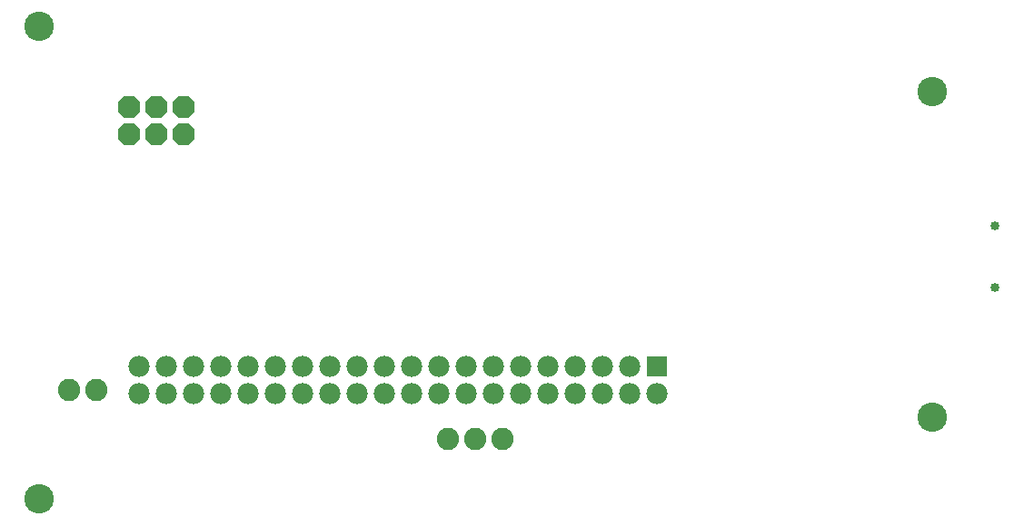
<source format=gbr>
G04 EAGLE Gerber RS-274X export*
G75*
%MOMM*%
%FSLAX34Y34*%
%LPD*%
%INSoldermask Bottom*%
%IPPOS*%
%AMOC8*
5,1,8,0,0,1.08239X$1,22.5*%
G01*
%ADD10C,2.743200*%
%ADD11P,2.254402X8X202.500000*%
%ADD12C,2.082800*%
%ADD13R,1.981200X1.981200*%
%ADD14C,1.981200*%
%ADD15C,0.853200*%


D10*
X63500Y402590D03*
X63500Y-38100D03*
X895350Y38100D03*
X895350Y341630D03*
D11*
X198120Y327660D03*
X198120Y302260D03*
X172720Y327660D03*
X172720Y302260D03*
X147320Y327660D03*
X147320Y302260D03*
D12*
X495300Y17780D03*
X469900Y17780D03*
X444500Y17780D03*
D13*
X638810Y85090D03*
D14*
X638810Y59690D03*
X613410Y85090D03*
X613410Y59690D03*
X588010Y85090D03*
X588010Y59690D03*
X562610Y85090D03*
X562610Y59690D03*
X537210Y85090D03*
X537210Y59690D03*
X511810Y85090D03*
X511810Y59690D03*
X486410Y85090D03*
X486410Y59690D03*
X461010Y85090D03*
X461010Y59690D03*
X435610Y85090D03*
X435610Y59690D03*
X410210Y85090D03*
X410210Y59690D03*
X384810Y85090D03*
X384810Y59690D03*
X359410Y85090D03*
X359410Y59690D03*
X334010Y85090D03*
X334010Y59690D03*
X308610Y85090D03*
X308610Y59690D03*
X283210Y85090D03*
X283210Y59690D03*
X257810Y85090D03*
X257810Y59690D03*
X232410Y85090D03*
X232410Y59690D03*
X207010Y85090D03*
X207010Y59690D03*
X181610Y85090D03*
X181610Y59690D03*
X156210Y85090D03*
X156210Y59690D03*
D15*
X954250Y159060D03*
X954250Y216860D03*
D12*
X91440Y63500D03*
X116840Y63500D03*
M02*

</source>
